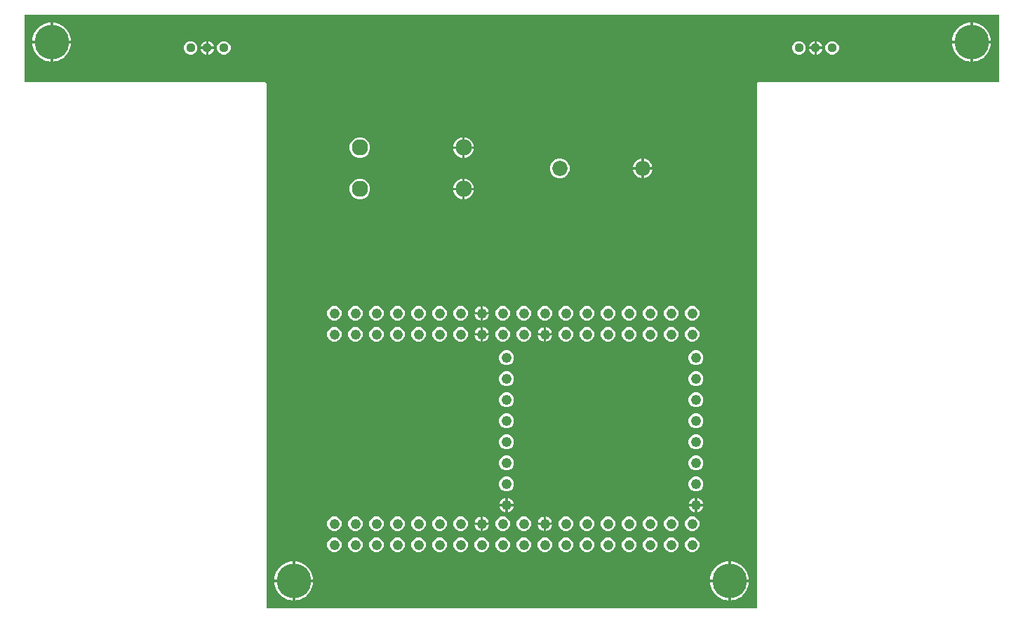
<source format=gbr>
G04 EAGLE Gerber RS-274X export*
G75*
%MOMM*%
%FSLAX34Y34*%
%LPD*%
%INCopper Layer 2*%
%IPPOS*%
%AMOC8*
5,1,8,0,0,1.08239X$1,22.5*%
G01*
%ADD10C,1.960000*%
%ADD11C,1.849119*%
%ADD12C,1.244600*%
%ADD13C,4.191000*%
%ADD14C,1.120000*%

G36*
X885718Y2544D02*
X885718Y2544D01*
X885737Y2542D01*
X885839Y2564D01*
X885941Y2580D01*
X885958Y2590D01*
X885978Y2594D01*
X886067Y2647D01*
X886158Y2696D01*
X886172Y2710D01*
X886189Y2720D01*
X886256Y2799D01*
X886328Y2874D01*
X886336Y2892D01*
X886349Y2907D01*
X886388Y3003D01*
X886431Y3097D01*
X886433Y3117D01*
X886441Y3135D01*
X886459Y3302D01*
X886459Y636052D01*
X887948Y637541D01*
X1177798Y637541D01*
X1177818Y637544D01*
X1177837Y637542D01*
X1177939Y637564D01*
X1178041Y637580D01*
X1178058Y637590D01*
X1178078Y637594D01*
X1178167Y637647D01*
X1178258Y637696D01*
X1178272Y637710D01*
X1178289Y637720D01*
X1178356Y637799D01*
X1178428Y637874D01*
X1178436Y637892D01*
X1178449Y637907D01*
X1178488Y638003D01*
X1178531Y638097D01*
X1178533Y638117D01*
X1178541Y638135D01*
X1178559Y638302D01*
X1178559Y718058D01*
X1178556Y718078D01*
X1178558Y718097D01*
X1178536Y718199D01*
X1178520Y718301D01*
X1178510Y718318D01*
X1178506Y718338D01*
X1178453Y718427D01*
X1178404Y718518D01*
X1178390Y718532D01*
X1178380Y718549D01*
X1178301Y718616D01*
X1178226Y718688D01*
X1178208Y718696D01*
X1178193Y718709D01*
X1178097Y718748D01*
X1178003Y718791D01*
X1177983Y718793D01*
X1177965Y718801D01*
X1177798Y718819D01*
X3302Y718819D01*
X3282Y718816D01*
X3263Y718818D01*
X3161Y718796D01*
X3059Y718780D01*
X3042Y718770D01*
X3022Y718766D01*
X2933Y718713D01*
X2842Y718664D01*
X2828Y718650D01*
X2811Y718640D01*
X2744Y718561D01*
X2672Y718486D01*
X2664Y718468D01*
X2651Y718453D01*
X2612Y718357D01*
X2569Y718263D01*
X2567Y718243D01*
X2559Y718225D01*
X2541Y718058D01*
X2541Y638302D01*
X2544Y638282D01*
X2542Y638263D01*
X2564Y638161D01*
X2580Y638059D01*
X2590Y638042D01*
X2594Y638022D01*
X2647Y637933D01*
X2696Y637842D01*
X2710Y637828D01*
X2720Y637811D01*
X2799Y637744D01*
X2874Y637672D01*
X2892Y637664D01*
X2907Y637651D01*
X3003Y637612D01*
X3097Y637569D01*
X3117Y637567D01*
X3135Y637559D01*
X3302Y637541D01*
X293152Y637541D01*
X294641Y636052D01*
X294641Y3302D01*
X294644Y3282D01*
X294642Y3263D01*
X294664Y3161D01*
X294680Y3059D01*
X294690Y3042D01*
X294694Y3022D01*
X294747Y2933D01*
X294796Y2842D01*
X294810Y2828D01*
X294820Y2811D01*
X294899Y2744D01*
X294974Y2672D01*
X294992Y2664D01*
X295007Y2651D01*
X295103Y2612D01*
X295197Y2569D01*
X295217Y2567D01*
X295235Y2559D01*
X295402Y2541D01*
X885698Y2541D01*
X885718Y2544D01*
G37*
%LPC*%
G36*
X404945Y496059D02*
X404945Y496059D01*
X400410Y497938D01*
X396938Y501410D01*
X395059Y505945D01*
X395059Y510855D01*
X396938Y515390D01*
X400410Y518862D01*
X404945Y520741D01*
X409855Y520741D01*
X414390Y518862D01*
X417862Y515390D01*
X419741Y510855D01*
X419741Y505945D01*
X417862Y501410D01*
X414390Y497938D01*
X409855Y496059D01*
X404945Y496059D01*
G37*
%LPD*%
%LPC*%
G36*
X404945Y546059D02*
X404945Y546059D01*
X400410Y547938D01*
X396938Y551410D01*
X395059Y555945D01*
X395059Y560855D01*
X396938Y565390D01*
X400410Y568862D01*
X404945Y570741D01*
X409855Y570741D01*
X414390Y568862D01*
X417862Y565390D01*
X419741Y560855D01*
X419741Y555945D01*
X417862Y551410D01*
X414390Y547938D01*
X409855Y546059D01*
X404945Y546059D01*
G37*
%LPD*%
%LPC*%
G36*
X646118Y521614D02*
X646118Y521614D01*
X641786Y523408D01*
X638470Y526724D01*
X636676Y531056D01*
X636676Y535744D01*
X638470Y540076D01*
X641786Y543392D01*
X646118Y545186D01*
X650806Y545186D01*
X655138Y543392D01*
X658454Y540076D01*
X660248Y535744D01*
X660248Y531056D01*
X658454Y526724D01*
X655138Y523408D01*
X650806Y521614D01*
X646118Y521614D01*
G37*
%LPD*%
%LPC*%
G36*
X37083Y687323D02*
X37083Y687323D01*
X37083Y709273D01*
X39502Y709000D01*
X39507Y708999D01*
X42075Y708413D01*
X44565Y707542D01*
X46943Y706396D01*
X49178Y704992D01*
X51241Y703347D01*
X53107Y701481D01*
X54752Y699418D01*
X56156Y697183D01*
X57302Y694805D01*
X58173Y692315D01*
X58760Y689742D01*
X59033Y687323D01*
X37083Y687323D01*
G37*
%LPD*%
%LPC*%
G36*
X1147063Y687323D02*
X1147063Y687323D01*
X1147063Y709273D01*
X1149482Y709000D01*
X1149487Y708999D01*
X1152055Y708413D01*
X1154545Y707542D01*
X1156923Y706396D01*
X1159158Y704992D01*
X1161221Y703347D01*
X1163087Y701481D01*
X1164732Y699418D01*
X1166136Y697183D01*
X1167282Y694805D01*
X1168153Y692315D01*
X1168740Y689742D01*
X1169013Y687323D01*
X1147063Y687323D01*
G37*
%LPD*%
%LPC*%
G36*
X854963Y37083D02*
X854963Y37083D01*
X854963Y59033D01*
X857382Y58760D01*
X859955Y58173D01*
X862445Y57302D01*
X864823Y56156D01*
X867058Y54752D01*
X869121Y53107D01*
X870987Y51241D01*
X872632Y49178D01*
X874036Y46943D01*
X875182Y44565D01*
X876053Y42075D01*
X876640Y39502D01*
X876913Y37083D01*
X854963Y37083D01*
G37*
%LPD*%
%LPC*%
G36*
X329183Y37083D02*
X329183Y37083D01*
X329183Y59033D01*
X331602Y58760D01*
X334175Y58173D01*
X336665Y57302D01*
X339043Y56156D01*
X341278Y54752D01*
X343341Y53107D01*
X345207Y51241D01*
X346852Y49178D01*
X348256Y46943D01*
X349402Y44565D01*
X350273Y42075D01*
X350860Y39502D01*
X351133Y37083D01*
X329183Y37083D01*
G37*
%LPD*%
%LPC*%
G36*
X12087Y687323D02*
X12087Y687323D01*
X12360Y689742D01*
X12947Y692315D01*
X13818Y694805D01*
X14964Y697183D01*
X16368Y699418D01*
X18013Y701481D01*
X19879Y703347D01*
X21942Y704992D01*
X24177Y706396D01*
X26555Y707542D01*
X29045Y708413D01*
X31618Y709000D01*
X34037Y709273D01*
X34037Y687323D01*
X12087Y687323D01*
G37*
%LPD*%
%LPC*%
G36*
X1122067Y687323D02*
X1122067Y687323D01*
X1122340Y689742D01*
X1122927Y692315D01*
X1123798Y694805D01*
X1124944Y697183D01*
X1126348Y699418D01*
X1127993Y701481D01*
X1129859Y703347D01*
X1131922Y704992D01*
X1134157Y706396D01*
X1136535Y707542D01*
X1139025Y708413D01*
X1141598Y709000D01*
X1144017Y709273D01*
X1144017Y687323D01*
X1122067Y687323D01*
G37*
%LPD*%
%LPC*%
G36*
X829967Y37083D02*
X829967Y37083D01*
X830240Y39502D01*
X830827Y42075D01*
X831698Y44565D01*
X832844Y46943D01*
X834248Y49178D01*
X835893Y51241D01*
X837759Y53107D01*
X839822Y54752D01*
X842057Y56156D01*
X844435Y57302D01*
X846925Y58173D01*
X849498Y58760D01*
X851917Y59033D01*
X851917Y37083D01*
X829967Y37083D01*
G37*
%LPD*%
%LPC*%
G36*
X854963Y34037D02*
X854963Y34037D01*
X876913Y34037D01*
X876640Y31618D01*
X876053Y29045D01*
X875182Y26555D01*
X874036Y24177D01*
X872632Y21942D01*
X870987Y19879D01*
X869121Y18013D01*
X867058Y16368D01*
X864823Y14964D01*
X862445Y13818D01*
X859955Y12947D01*
X857382Y12360D01*
X854963Y12087D01*
X854963Y34037D01*
G37*
%LPD*%
%LPC*%
G36*
X329183Y34037D02*
X329183Y34037D01*
X351133Y34037D01*
X350860Y31618D01*
X350273Y29045D01*
X349402Y26555D01*
X348256Y24177D01*
X346852Y21942D01*
X345207Y19879D01*
X343341Y18013D01*
X341278Y16368D01*
X339043Y14964D01*
X336665Y13818D01*
X334175Y12947D01*
X331602Y12360D01*
X329183Y12087D01*
X329183Y34037D01*
G37*
%LPD*%
%LPC*%
G36*
X1147063Y684277D02*
X1147063Y684277D01*
X1169013Y684277D01*
X1168740Y681858D01*
X1168153Y679285D01*
X1167282Y676795D01*
X1166136Y674417D01*
X1164732Y672182D01*
X1163087Y670119D01*
X1161221Y668253D01*
X1159158Y666608D01*
X1156923Y665204D01*
X1154545Y664058D01*
X1152055Y663187D01*
X1149482Y662600D01*
X1147063Y662327D01*
X1147063Y684277D01*
G37*
%LPD*%
%LPC*%
G36*
X37083Y684277D02*
X37083Y684277D01*
X59033Y684277D01*
X58760Y681858D01*
X58173Y679285D01*
X57302Y676795D01*
X56156Y674417D01*
X54752Y672182D01*
X53107Y670119D01*
X51241Y668253D01*
X49178Y666608D01*
X46943Y665204D01*
X44565Y664058D01*
X42075Y663187D01*
X39502Y662600D01*
X37083Y662327D01*
X37083Y684277D01*
G37*
%LPD*%
%LPC*%
G36*
X304187Y37083D02*
X304187Y37083D01*
X304460Y39502D01*
X305047Y42075D01*
X305918Y44565D01*
X307064Y46943D01*
X308468Y49178D01*
X310113Y51241D01*
X311979Y53107D01*
X314042Y54752D01*
X316277Y56156D01*
X318655Y57302D01*
X321145Y58173D01*
X323718Y58760D01*
X326137Y59033D01*
X326137Y37083D01*
X304187Y37083D01*
G37*
%LPD*%
%LPC*%
G36*
X849498Y12360D02*
X849498Y12360D01*
X849241Y12418D01*
X849241Y12419D01*
X849240Y12419D01*
X846925Y12947D01*
X844435Y13818D01*
X842057Y14964D01*
X839822Y16368D01*
X837759Y18013D01*
X835893Y19879D01*
X834248Y21942D01*
X832844Y24177D01*
X831698Y26555D01*
X830827Y29045D01*
X830240Y31618D01*
X829967Y34037D01*
X851917Y34037D01*
X851917Y12087D01*
X849498Y12360D01*
G37*
%LPD*%
%LPC*%
G36*
X323718Y12360D02*
X323718Y12360D01*
X323461Y12418D01*
X323461Y12419D01*
X323460Y12419D01*
X321145Y12947D01*
X318655Y13818D01*
X316277Y14964D01*
X314042Y16368D01*
X311979Y18013D01*
X310113Y19879D01*
X308468Y21942D01*
X307064Y24177D01*
X305918Y26555D01*
X305047Y29045D01*
X304460Y31618D01*
X304187Y34037D01*
X326137Y34037D01*
X326137Y12087D01*
X323718Y12360D01*
G37*
%LPD*%
%LPC*%
G36*
X1141598Y662600D02*
X1141598Y662600D01*
X1139025Y663187D01*
X1136535Y664058D01*
X1134157Y665204D01*
X1131922Y666608D01*
X1129859Y668253D01*
X1127993Y670119D01*
X1126348Y672182D01*
X1124944Y674417D01*
X1123798Y676795D01*
X1122927Y679285D01*
X1122340Y681858D01*
X1122067Y684277D01*
X1144017Y684277D01*
X1144017Y662327D01*
X1141598Y662600D01*
G37*
%LPD*%
%LPC*%
G36*
X31618Y662600D02*
X31618Y662600D01*
X29045Y663187D01*
X26555Y664058D01*
X24177Y665204D01*
X21942Y666608D01*
X19879Y668253D01*
X18013Y670119D01*
X16368Y672182D01*
X14964Y674417D01*
X13818Y676795D01*
X12947Y679285D01*
X12360Y681858D01*
X12087Y684277D01*
X34037Y684277D01*
X34037Y662327D01*
X31618Y662600D01*
G37*
%LPD*%
%LPC*%
G36*
X400257Y70236D02*
X400257Y70236D01*
X397036Y71570D01*
X394570Y74036D01*
X393236Y77257D01*
X393236Y80743D01*
X394570Y83964D01*
X397036Y86430D01*
X400257Y87764D01*
X403743Y87764D01*
X406964Y86430D01*
X409430Y83964D01*
X410764Y80743D01*
X410764Y77257D01*
X409430Y74036D01*
X406964Y71570D01*
X403743Y70236D01*
X400257Y70236D01*
G37*
%LPD*%
%LPC*%
G36*
X374857Y70236D02*
X374857Y70236D01*
X371636Y71570D01*
X369170Y74036D01*
X367836Y77257D01*
X367836Y80743D01*
X369170Y83964D01*
X371636Y86430D01*
X374857Y87764D01*
X378343Y87764D01*
X381564Y86430D01*
X384030Y83964D01*
X385364Y80743D01*
X385364Y77257D01*
X384030Y74036D01*
X381564Y71570D01*
X378343Y70236D01*
X374857Y70236D01*
G37*
%LPD*%
%LPC*%
G36*
X705057Y70236D02*
X705057Y70236D01*
X701836Y71570D01*
X699370Y74036D01*
X698036Y77257D01*
X698036Y80743D01*
X699370Y83964D01*
X701836Y86430D01*
X705057Y87764D01*
X708543Y87764D01*
X711764Y86430D01*
X714230Y83964D01*
X715564Y80743D01*
X715564Y77257D01*
X714230Y74036D01*
X711764Y71570D01*
X708543Y70236D01*
X705057Y70236D01*
G37*
%LPD*%
%LPC*%
G36*
X501857Y95636D02*
X501857Y95636D01*
X498636Y96970D01*
X496170Y99436D01*
X494836Y102657D01*
X494836Y106143D01*
X496170Y109364D01*
X498636Y111830D01*
X501857Y113164D01*
X505343Y113164D01*
X508564Y111830D01*
X511030Y109364D01*
X512364Y106143D01*
X512364Y102657D01*
X511030Y99436D01*
X508564Y96970D01*
X505343Y95636D01*
X501857Y95636D01*
G37*
%LPD*%
%LPC*%
G36*
X578057Y95636D02*
X578057Y95636D01*
X574836Y96970D01*
X572370Y99436D01*
X571036Y102657D01*
X571036Y106143D01*
X572370Y109364D01*
X574836Y111830D01*
X578057Y113164D01*
X581543Y113164D01*
X584764Y111830D01*
X587230Y109364D01*
X588564Y106143D01*
X588564Y102657D01*
X587230Y99436D01*
X584764Y96970D01*
X581543Y95636D01*
X578057Y95636D01*
G37*
%LPD*%
%LPC*%
G36*
X603457Y95636D02*
X603457Y95636D01*
X600236Y96970D01*
X597770Y99436D01*
X596436Y102657D01*
X596436Y106143D01*
X597770Y109364D01*
X600236Y111830D01*
X603457Y113164D01*
X606943Y113164D01*
X610164Y111830D01*
X612630Y109364D01*
X613964Y106143D01*
X613964Y102657D01*
X612630Y99436D01*
X610164Y96970D01*
X606943Y95636D01*
X603457Y95636D01*
G37*
%LPD*%
%LPC*%
G36*
X654257Y95636D02*
X654257Y95636D01*
X651036Y96970D01*
X648570Y99436D01*
X647236Y102657D01*
X647236Y106143D01*
X648570Y109364D01*
X651036Y111830D01*
X654257Y113164D01*
X657743Y113164D01*
X660964Y111830D01*
X663430Y109364D01*
X664764Y106143D01*
X664764Y102657D01*
X663430Y99436D01*
X660964Y96970D01*
X657743Y95636D01*
X654257Y95636D01*
G37*
%LPD*%
%LPC*%
G36*
X679657Y95636D02*
X679657Y95636D01*
X676436Y96970D01*
X673970Y99436D01*
X672636Y102657D01*
X672636Y106143D01*
X673970Y109364D01*
X676436Y111830D01*
X679657Y113164D01*
X683143Y113164D01*
X686364Y111830D01*
X688830Y109364D01*
X690164Y106143D01*
X690164Y102657D01*
X688830Y99436D01*
X686364Y96970D01*
X683143Y95636D01*
X679657Y95636D01*
G37*
%LPD*%
%LPC*%
G36*
X705057Y95636D02*
X705057Y95636D01*
X701836Y96970D01*
X699370Y99436D01*
X698036Y102657D01*
X698036Y106143D01*
X699370Y109364D01*
X701836Y111830D01*
X705057Y113164D01*
X708543Y113164D01*
X711764Y111830D01*
X714230Y109364D01*
X715564Y106143D01*
X715564Y102657D01*
X714230Y99436D01*
X711764Y96970D01*
X708543Y95636D01*
X705057Y95636D01*
G37*
%LPD*%
%LPC*%
G36*
X730457Y95636D02*
X730457Y95636D01*
X727236Y96970D01*
X724770Y99436D01*
X723436Y102657D01*
X723436Y106143D01*
X724770Y109364D01*
X727236Y111830D01*
X730457Y113164D01*
X733943Y113164D01*
X737164Y111830D01*
X739630Y109364D01*
X740964Y106143D01*
X740964Y102657D01*
X739630Y99436D01*
X737164Y96970D01*
X733943Y95636D01*
X730457Y95636D01*
G37*
%LPD*%
%LPC*%
G36*
X527257Y95636D02*
X527257Y95636D01*
X524036Y96970D01*
X521570Y99436D01*
X520236Y102657D01*
X520236Y106143D01*
X521570Y109364D01*
X524036Y111830D01*
X527257Y113164D01*
X530743Y113164D01*
X533964Y111830D01*
X536430Y109364D01*
X537764Y106143D01*
X537764Y102657D01*
X536430Y99436D01*
X533964Y96970D01*
X530743Y95636D01*
X527257Y95636D01*
G37*
%LPD*%
%LPC*%
G36*
X755857Y95636D02*
X755857Y95636D01*
X752636Y96970D01*
X750170Y99436D01*
X748836Y102657D01*
X748836Y106143D01*
X750170Y109364D01*
X752636Y111830D01*
X755857Y113164D01*
X759343Y113164D01*
X762564Y111830D01*
X765030Y109364D01*
X766364Y106143D01*
X766364Y102657D01*
X765030Y99436D01*
X762564Y96970D01*
X759343Y95636D01*
X755857Y95636D01*
G37*
%LPD*%
%LPC*%
G36*
X781257Y95636D02*
X781257Y95636D01*
X778036Y96970D01*
X775570Y99436D01*
X774236Y102657D01*
X774236Y106143D01*
X775570Y109364D01*
X778036Y111830D01*
X781257Y113164D01*
X784743Y113164D01*
X787964Y111830D01*
X790430Y109364D01*
X791764Y106143D01*
X791764Y102657D01*
X790430Y99436D01*
X787964Y96970D01*
X784743Y95636D01*
X781257Y95636D01*
G37*
%LPD*%
%LPC*%
G36*
X806657Y95636D02*
X806657Y95636D01*
X803436Y96970D01*
X800970Y99436D01*
X799636Y102657D01*
X799636Y106143D01*
X800970Y109364D01*
X803436Y111830D01*
X806657Y113164D01*
X810143Y113164D01*
X813364Y111830D01*
X815830Y109364D01*
X817164Y106143D01*
X817164Y102657D01*
X815830Y99436D01*
X813364Y96970D01*
X810143Y95636D01*
X806657Y95636D01*
G37*
%LPD*%
%LPC*%
G36*
X374857Y95636D02*
X374857Y95636D01*
X371636Y96970D01*
X369170Y99436D01*
X367836Y102657D01*
X367836Y106143D01*
X369170Y109364D01*
X371636Y111830D01*
X374857Y113164D01*
X378343Y113164D01*
X381564Y111830D01*
X384030Y109364D01*
X385364Y106143D01*
X385364Y102657D01*
X384030Y99436D01*
X381564Y96970D01*
X378343Y95636D01*
X374857Y95636D01*
G37*
%LPD*%
%LPC*%
G36*
X811057Y296036D02*
X811057Y296036D01*
X807836Y297370D01*
X805370Y299836D01*
X804036Y303057D01*
X804036Y306543D01*
X805370Y309764D01*
X807836Y312230D01*
X811057Y313564D01*
X814543Y313564D01*
X817764Y312230D01*
X820230Y309764D01*
X821564Y306543D01*
X821564Y303057D01*
X820230Y299836D01*
X817764Y297370D01*
X814543Y296036D01*
X811057Y296036D01*
G37*
%LPD*%
%LPC*%
G36*
X400257Y95636D02*
X400257Y95636D01*
X397036Y96970D01*
X394570Y99436D01*
X393236Y102657D01*
X393236Y106143D01*
X394570Y109364D01*
X397036Y111830D01*
X400257Y113164D01*
X403743Y113164D01*
X406964Y111830D01*
X409430Y109364D01*
X410764Y106143D01*
X410764Y102657D01*
X409430Y99436D01*
X406964Y96970D01*
X403743Y95636D01*
X400257Y95636D01*
G37*
%LPD*%
%LPC*%
G36*
X582457Y143636D02*
X582457Y143636D01*
X579236Y144970D01*
X576770Y147436D01*
X575436Y150657D01*
X575436Y154143D01*
X576770Y157364D01*
X579236Y159830D01*
X582457Y161164D01*
X585943Y161164D01*
X589164Y159830D01*
X591630Y157364D01*
X592964Y154143D01*
X592964Y150657D01*
X591630Y147436D01*
X589164Y144970D01*
X585943Y143636D01*
X582457Y143636D01*
G37*
%LPD*%
%LPC*%
G36*
X811057Y143636D02*
X811057Y143636D01*
X807836Y144970D01*
X805370Y147436D01*
X804036Y150657D01*
X804036Y154143D01*
X805370Y157364D01*
X807836Y159830D01*
X811057Y161164D01*
X814543Y161164D01*
X817764Y159830D01*
X820230Y157364D01*
X821564Y154143D01*
X821564Y150657D01*
X820230Y147436D01*
X817764Y144970D01*
X814543Y143636D01*
X811057Y143636D01*
G37*
%LPD*%
%LPC*%
G36*
X582457Y169036D02*
X582457Y169036D01*
X579236Y170370D01*
X576770Y172836D01*
X575436Y176057D01*
X575436Y179543D01*
X576770Y182764D01*
X579236Y185230D01*
X582457Y186564D01*
X585943Y186564D01*
X589164Y185230D01*
X591630Y182764D01*
X592964Y179543D01*
X592964Y176057D01*
X591630Y172836D01*
X589164Y170370D01*
X585943Y169036D01*
X582457Y169036D01*
G37*
%LPD*%
%LPC*%
G36*
X811057Y169036D02*
X811057Y169036D01*
X807836Y170370D01*
X805370Y172836D01*
X804036Y176057D01*
X804036Y179543D01*
X805370Y182764D01*
X807836Y185230D01*
X811057Y186564D01*
X814543Y186564D01*
X817764Y185230D01*
X820230Y182764D01*
X821564Y179543D01*
X821564Y176057D01*
X820230Y172836D01*
X817764Y170370D01*
X814543Y169036D01*
X811057Y169036D01*
G37*
%LPD*%
%LPC*%
G36*
X582457Y194436D02*
X582457Y194436D01*
X579236Y195770D01*
X576770Y198236D01*
X575436Y201457D01*
X575436Y204943D01*
X576770Y208164D01*
X579236Y210630D01*
X582457Y211964D01*
X585943Y211964D01*
X589164Y210630D01*
X591630Y208164D01*
X592964Y204943D01*
X592964Y201457D01*
X591630Y198236D01*
X589164Y195770D01*
X585943Y194436D01*
X582457Y194436D01*
G37*
%LPD*%
%LPC*%
G36*
X811057Y194436D02*
X811057Y194436D01*
X807836Y195770D01*
X805370Y198236D01*
X804036Y201457D01*
X804036Y204943D01*
X805370Y208164D01*
X807836Y210630D01*
X811057Y211964D01*
X814543Y211964D01*
X817764Y210630D01*
X820230Y208164D01*
X821564Y204943D01*
X821564Y201457D01*
X820230Y198236D01*
X817764Y195770D01*
X814543Y194436D01*
X811057Y194436D01*
G37*
%LPD*%
%LPC*%
G36*
X400257Y349636D02*
X400257Y349636D01*
X397036Y350970D01*
X394570Y353436D01*
X393236Y356657D01*
X393236Y360143D01*
X394570Y363364D01*
X397036Y365830D01*
X400257Y367164D01*
X403743Y367164D01*
X406964Y365830D01*
X409430Y363364D01*
X410764Y360143D01*
X410764Y356657D01*
X409430Y353436D01*
X406964Y350970D01*
X403743Y349636D01*
X400257Y349636D01*
G37*
%LPD*%
%LPC*%
G36*
X374857Y349636D02*
X374857Y349636D01*
X371636Y350970D01*
X369170Y353436D01*
X367836Y356657D01*
X367836Y360143D01*
X369170Y363364D01*
X371636Y365830D01*
X374857Y367164D01*
X378343Y367164D01*
X381564Y365830D01*
X384030Y363364D01*
X385364Y360143D01*
X385364Y356657D01*
X384030Y353436D01*
X381564Y350970D01*
X378343Y349636D01*
X374857Y349636D01*
G37*
%LPD*%
%LPC*%
G36*
X806657Y349636D02*
X806657Y349636D01*
X803436Y350970D01*
X800970Y353436D01*
X799636Y356657D01*
X799636Y360143D01*
X800970Y363364D01*
X803436Y365830D01*
X806657Y367164D01*
X810143Y367164D01*
X813364Y365830D01*
X815830Y363364D01*
X817164Y360143D01*
X817164Y356657D01*
X815830Y353436D01*
X813364Y350970D01*
X810143Y349636D01*
X806657Y349636D01*
G37*
%LPD*%
%LPC*%
G36*
X781257Y349636D02*
X781257Y349636D01*
X778036Y350970D01*
X775570Y353436D01*
X774236Y356657D01*
X774236Y360143D01*
X775570Y363364D01*
X778036Y365830D01*
X781257Y367164D01*
X784743Y367164D01*
X787964Y365830D01*
X790430Y363364D01*
X791764Y360143D01*
X791764Y356657D01*
X790430Y353436D01*
X787964Y350970D01*
X784743Y349636D01*
X781257Y349636D01*
G37*
%LPD*%
%LPC*%
G36*
X755857Y349636D02*
X755857Y349636D01*
X752636Y350970D01*
X750170Y353436D01*
X748836Y356657D01*
X748836Y360143D01*
X750170Y363364D01*
X752636Y365830D01*
X755857Y367164D01*
X759343Y367164D01*
X762564Y365830D01*
X765030Y363364D01*
X766364Y360143D01*
X766364Y356657D01*
X765030Y353436D01*
X762564Y350970D01*
X759343Y349636D01*
X755857Y349636D01*
G37*
%LPD*%
%LPC*%
G36*
X730457Y349636D02*
X730457Y349636D01*
X727236Y350970D01*
X724770Y353436D01*
X723436Y356657D01*
X723436Y360143D01*
X724770Y363364D01*
X727236Y365830D01*
X730457Y367164D01*
X733943Y367164D01*
X737164Y365830D01*
X739630Y363364D01*
X740964Y360143D01*
X740964Y356657D01*
X739630Y353436D01*
X737164Y350970D01*
X733943Y349636D01*
X730457Y349636D01*
G37*
%LPD*%
%LPC*%
G36*
X705057Y349636D02*
X705057Y349636D01*
X701836Y350970D01*
X699370Y353436D01*
X698036Y356657D01*
X698036Y360143D01*
X699370Y363364D01*
X701836Y365830D01*
X705057Y367164D01*
X708543Y367164D01*
X711764Y365830D01*
X714230Y363364D01*
X715564Y360143D01*
X715564Y356657D01*
X714230Y353436D01*
X711764Y350970D01*
X708543Y349636D01*
X705057Y349636D01*
G37*
%LPD*%
%LPC*%
G36*
X679657Y349636D02*
X679657Y349636D01*
X676436Y350970D01*
X673970Y353436D01*
X672636Y356657D01*
X672636Y360143D01*
X673970Y363364D01*
X676436Y365830D01*
X679657Y367164D01*
X683143Y367164D01*
X686364Y365830D01*
X688830Y363364D01*
X690164Y360143D01*
X690164Y356657D01*
X688830Y353436D01*
X686364Y350970D01*
X683143Y349636D01*
X679657Y349636D01*
G37*
%LPD*%
%LPC*%
G36*
X654257Y349636D02*
X654257Y349636D01*
X651036Y350970D01*
X648570Y353436D01*
X647236Y356657D01*
X647236Y360143D01*
X648570Y363364D01*
X651036Y365830D01*
X654257Y367164D01*
X657743Y367164D01*
X660964Y365830D01*
X663430Y363364D01*
X664764Y360143D01*
X664764Y356657D01*
X663430Y353436D01*
X660964Y350970D01*
X657743Y349636D01*
X654257Y349636D01*
G37*
%LPD*%
%LPC*%
G36*
X628857Y349636D02*
X628857Y349636D01*
X625636Y350970D01*
X623170Y353436D01*
X621836Y356657D01*
X621836Y360143D01*
X623170Y363364D01*
X625636Y365830D01*
X628857Y367164D01*
X632343Y367164D01*
X635564Y365830D01*
X638030Y363364D01*
X639364Y360143D01*
X639364Y356657D01*
X638030Y353436D01*
X635564Y350970D01*
X632343Y349636D01*
X628857Y349636D01*
G37*
%LPD*%
%LPC*%
G36*
X603457Y349636D02*
X603457Y349636D01*
X600236Y350970D01*
X597770Y353436D01*
X596436Y356657D01*
X596436Y360143D01*
X597770Y363364D01*
X600236Y365830D01*
X603457Y367164D01*
X606943Y367164D01*
X610164Y365830D01*
X612630Y363364D01*
X613964Y360143D01*
X613964Y356657D01*
X612630Y353436D01*
X610164Y350970D01*
X606943Y349636D01*
X603457Y349636D01*
G37*
%LPD*%
%LPC*%
G36*
X578057Y349636D02*
X578057Y349636D01*
X574836Y350970D01*
X572370Y353436D01*
X571036Y356657D01*
X571036Y360143D01*
X572370Y363364D01*
X574836Y365830D01*
X578057Y367164D01*
X581543Y367164D01*
X584764Y365830D01*
X587230Y363364D01*
X588564Y360143D01*
X588564Y356657D01*
X587230Y353436D01*
X584764Y350970D01*
X581543Y349636D01*
X578057Y349636D01*
G37*
%LPD*%
%LPC*%
G36*
X527257Y349636D02*
X527257Y349636D01*
X524036Y350970D01*
X521570Y353436D01*
X520236Y356657D01*
X520236Y360143D01*
X521570Y363364D01*
X524036Y365830D01*
X527257Y367164D01*
X530743Y367164D01*
X533964Y365830D01*
X536430Y363364D01*
X537764Y360143D01*
X537764Y356657D01*
X536430Y353436D01*
X533964Y350970D01*
X530743Y349636D01*
X527257Y349636D01*
G37*
%LPD*%
%LPC*%
G36*
X501857Y349636D02*
X501857Y349636D01*
X498636Y350970D01*
X496170Y353436D01*
X494836Y356657D01*
X494836Y360143D01*
X496170Y363364D01*
X498636Y365830D01*
X501857Y367164D01*
X505343Y367164D01*
X508564Y365830D01*
X511030Y363364D01*
X512364Y360143D01*
X512364Y356657D01*
X511030Y353436D01*
X508564Y350970D01*
X505343Y349636D01*
X501857Y349636D01*
G37*
%LPD*%
%LPC*%
G36*
X476457Y349636D02*
X476457Y349636D01*
X473236Y350970D01*
X470770Y353436D01*
X469436Y356657D01*
X469436Y360143D01*
X470770Y363364D01*
X473236Y365830D01*
X476457Y367164D01*
X479943Y367164D01*
X483164Y365830D01*
X485630Y363364D01*
X486964Y360143D01*
X486964Y356657D01*
X485630Y353436D01*
X483164Y350970D01*
X479943Y349636D01*
X476457Y349636D01*
G37*
%LPD*%
%LPC*%
G36*
X451057Y349636D02*
X451057Y349636D01*
X447836Y350970D01*
X445370Y353436D01*
X444036Y356657D01*
X444036Y360143D01*
X445370Y363364D01*
X447836Y365830D01*
X451057Y367164D01*
X454543Y367164D01*
X457764Y365830D01*
X460230Y363364D01*
X461564Y360143D01*
X461564Y356657D01*
X460230Y353436D01*
X457764Y350970D01*
X454543Y349636D01*
X451057Y349636D01*
G37*
%LPD*%
%LPC*%
G36*
X425657Y349636D02*
X425657Y349636D01*
X422436Y350970D01*
X419970Y353436D01*
X418636Y356657D01*
X418636Y360143D01*
X419970Y363364D01*
X422436Y365830D01*
X425657Y367164D01*
X429143Y367164D01*
X432364Y365830D01*
X434830Y363364D01*
X436164Y360143D01*
X436164Y356657D01*
X434830Y353436D01*
X432364Y350970D01*
X429143Y349636D01*
X425657Y349636D01*
G37*
%LPD*%
%LPC*%
G36*
X582457Y219836D02*
X582457Y219836D01*
X579236Y221170D01*
X576770Y223636D01*
X575436Y226857D01*
X575436Y230343D01*
X576770Y233564D01*
X579236Y236030D01*
X582457Y237364D01*
X585943Y237364D01*
X589164Y236030D01*
X591630Y233564D01*
X592964Y230343D01*
X592964Y226857D01*
X591630Y223636D01*
X589164Y221170D01*
X585943Y219836D01*
X582457Y219836D01*
G37*
%LPD*%
%LPC*%
G36*
X811057Y219836D02*
X811057Y219836D01*
X807836Y221170D01*
X805370Y223636D01*
X804036Y226857D01*
X804036Y230343D01*
X805370Y233564D01*
X807836Y236030D01*
X811057Y237364D01*
X814543Y237364D01*
X817764Y236030D01*
X820230Y233564D01*
X821564Y230343D01*
X821564Y226857D01*
X820230Y223636D01*
X817764Y221170D01*
X814543Y219836D01*
X811057Y219836D01*
G37*
%LPD*%
%LPC*%
G36*
X582457Y245236D02*
X582457Y245236D01*
X579236Y246570D01*
X576770Y249036D01*
X575436Y252257D01*
X575436Y255743D01*
X576770Y258964D01*
X579236Y261430D01*
X582457Y262764D01*
X585943Y262764D01*
X589164Y261430D01*
X591630Y258964D01*
X592964Y255743D01*
X592964Y252257D01*
X591630Y249036D01*
X589164Y246570D01*
X585943Y245236D01*
X582457Y245236D01*
G37*
%LPD*%
%LPC*%
G36*
X811057Y245236D02*
X811057Y245236D01*
X807836Y246570D01*
X805370Y249036D01*
X804036Y252257D01*
X804036Y255743D01*
X805370Y258964D01*
X807836Y261430D01*
X811057Y262764D01*
X814543Y262764D01*
X817764Y261430D01*
X820230Y258964D01*
X821564Y255743D01*
X821564Y252257D01*
X820230Y249036D01*
X817764Y246570D01*
X814543Y245236D01*
X811057Y245236D01*
G37*
%LPD*%
%LPC*%
G36*
X582457Y270636D02*
X582457Y270636D01*
X579236Y271970D01*
X576770Y274436D01*
X575436Y277657D01*
X575436Y281143D01*
X576770Y284364D01*
X579236Y286830D01*
X582457Y288164D01*
X585943Y288164D01*
X589164Y286830D01*
X591630Y284364D01*
X592964Y281143D01*
X592964Y277657D01*
X591630Y274436D01*
X589164Y271970D01*
X585943Y270636D01*
X582457Y270636D01*
G37*
%LPD*%
%LPC*%
G36*
X400257Y324236D02*
X400257Y324236D01*
X397036Y325570D01*
X394570Y328036D01*
X393236Y331257D01*
X393236Y334743D01*
X394570Y337964D01*
X397036Y340430D01*
X400257Y341764D01*
X403743Y341764D01*
X406964Y340430D01*
X409430Y337964D01*
X410764Y334743D01*
X410764Y331257D01*
X409430Y328036D01*
X406964Y325570D01*
X403743Y324236D01*
X400257Y324236D01*
G37*
%LPD*%
%LPC*%
G36*
X374857Y324236D02*
X374857Y324236D01*
X371636Y325570D01*
X369170Y328036D01*
X367836Y331257D01*
X367836Y334743D01*
X369170Y337964D01*
X371636Y340430D01*
X374857Y341764D01*
X378343Y341764D01*
X381564Y340430D01*
X384030Y337964D01*
X385364Y334743D01*
X385364Y331257D01*
X384030Y328036D01*
X381564Y325570D01*
X378343Y324236D01*
X374857Y324236D01*
G37*
%LPD*%
%LPC*%
G36*
X806657Y324236D02*
X806657Y324236D01*
X803436Y325570D01*
X800970Y328036D01*
X799636Y331257D01*
X799636Y334743D01*
X800970Y337964D01*
X803436Y340430D01*
X806657Y341764D01*
X810143Y341764D01*
X813364Y340430D01*
X815830Y337964D01*
X817164Y334743D01*
X817164Y331257D01*
X815830Y328036D01*
X813364Y325570D01*
X810143Y324236D01*
X806657Y324236D01*
G37*
%LPD*%
%LPC*%
G36*
X781257Y324236D02*
X781257Y324236D01*
X778036Y325570D01*
X775570Y328036D01*
X774236Y331257D01*
X774236Y334743D01*
X775570Y337964D01*
X778036Y340430D01*
X781257Y341764D01*
X784743Y341764D01*
X787964Y340430D01*
X790430Y337964D01*
X791764Y334743D01*
X791764Y331257D01*
X790430Y328036D01*
X787964Y325570D01*
X784743Y324236D01*
X781257Y324236D01*
G37*
%LPD*%
%LPC*%
G36*
X755857Y324236D02*
X755857Y324236D01*
X752636Y325570D01*
X750170Y328036D01*
X748836Y331257D01*
X748836Y334743D01*
X750170Y337964D01*
X752636Y340430D01*
X755857Y341764D01*
X759343Y341764D01*
X762564Y340430D01*
X765030Y337964D01*
X766364Y334743D01*
X766364Y331257D01*
X765030Y328036D01*
X762564Y325570D01*
X759343Y324236D01*
X755857Y324236D01*
G37*
%LPD*%
%LPC*%
G36*
X730457Y324236D02*
X730457Y324236D01*
X727236Y325570D01*
X724770Y328036D01*
X723436Y331257D01*
X723436Y334743D01*
X724770Y337964D01*
X727236Y340430D01*
X730457Y341764D01*
X733943Y341764D01*
X737164Y340430D01*
X739630Y337964D01*
X740964Y334743D01*
X740964Y331257D01*
X739630Y328036D01*
X737164Y325570D01*
X733943Y324236D01*
X730457Y324236D01*
G37*
%LPD*%
%LPC*%
G36*
X705057Y324236D02*
X705057Y324236D01*
X701836Y325570D01*
X699370Y328036D01*
X698036Y331257D01*
X698036Y334743D01*
X699370Y337964D01*
X701836Y340430D01*
X705057Y341764D01*
X708543Y341764D01*
X711764Y340430D01*
X714230Y337964D01*
X715564Y334743D01*
X715564Y331257D01*
X714230Y328036D01*
X711764Y325570D01*
X708543Y324236D01*
X705057Y324236D01*
G37*
%LPD*%
%LPC*%
G36*
X679657Y324236D02*
X679657Y324236D01*
X676436Y325570D01*
X673970Y328036D01*
X672636Y331257D01*
X672636Y334743D01*
X673970Y337964D01*
X676436Y340430D01*
X679657Y341764D01*
X683143Y341764D01*
X686364Y340430D01*
X688830Y337964D01*
X690164Y334743D01*
X690164Y331257D01*
X688830Y328036D01*
X686364Y325570D01*
X683143Y324236D01*
X679657Y324236D01*
G37*
%LPD*%
%LPC*%
G36*
X654257Y324236D02*
X654257Y324236D01*
X651036Y325570D01*
X648570Y328036D01*
X647236Y331257D01*
X647236Y334743D01*
X648570Y337964D01*
X651036Y340430D01*
X654257Y341764D01*
X657743Y341764D01*
X660964Y340430D01*
X663430Y337964D01*
X664764Y334743D01*
X664764Y331257D01*
X663430Y328036D01*
X660964Y325570D01*
X657743Y324236D01*
X654257Y324236D01*
G37*
%LPD*%
%LPC*%
G36*
X603457Y324236D02*
X603457Y324236D01*
X600236Y325570D01*
X597770Y328036D01*
X596436Y331257D01*
X596436Y334743D01*
X597770Y337964D01*
X600236Y340430D01*
X603457Y341764D01*
X606943Y341764D01*
X610164Y340430D01*
X612630Y337964D01*
X613964Y334743D01*
X613964Y331257D01*
X612630Y328036D01*
X610164Y325570D01*
X606943Y324236D01*
X603457Y324236D01*
G37*
%LPD*%
%LPC*%
G36*
X578057Y324236D02*
X578057Y324236D01*
X574836Y325570D01*
X572370Y328036D01*
X571036Y331257D01*
X571036Y334743D01*
X572370Y337964D01*
X574836Y340430D01*
X578057Y341764D01*
X581543Y341764D01*
X584764Y340430D01*
X587230Y337964D01*
X588564Y334743D01*
X588564Y331257D01*
X587230Y328036D01*
X584764Y325570D01*
X581543Y324236D01*
X578057Y324236D01*
G37*
%LPD*%
%LPC*%
G36*
X527257Y324236D02*
X527257Y324236D01*
X524036Y325570D01*
X521570Y328036D01*
X520236Y331257D01*
X520236Y334743D01*
X521570Y337964D01*
X524036Y340430D01*
X527257Y341764D01*
X530743Y341764D01*
X533964Y340430D01*
X536430Y337964D01*
X537764Y334743D01*
X537764Y331257D01*
X536430Y328036D01*
X533964Y325570D01*
X530743Y324236D01*
X527257Y324236D01*
G37*
%LPD*%
%LPC*%
G36*
X501857Y324236D02*
X501857Y324236D01*
X498636Y325570D01*
X496170Y328036D01*
X494836Y331257D01*
X494836Y334743D01*
X496170Y337964D01*
X498636Y340430D01*
X501857Y341764D01*
X505343Y341764D01*
X508564Y340430D01*
X511030Y337964D01*
X512364Y334743D01*
X512364Y331257D01*
X511030Y328036D01*
X508564Y325570D01*
X505343Y324236D01*
X501857Y324236D01*
G37*
%LPD*%
%LPC*%
G36*
X476457Y324236D02*
X476457Y324236D01*
X473236Y325570D01*
X470770Y328036D01*
X469436Y331257D01*
X469436Y334743D01*
X470770Y337964D01*
X473236Y340430D01*
X476457Y341764D01*
X479943Y341764D01*
X483164Y340430D01*
X485630Y337964D01*
X486964Y334743D01*
X486964Y331257D01*
X485630Y328036D01*
X483164Y325570D01*
X479943Y324236D01*
X476457Y324236D01*
G37*
%LPD*%
%LPC*%
G36*
X451057Y324236D02*
X451057Y324236D01*
X447836Y325570D01*
X445370Y328036D01*
X444036Y331257D01*
X444036Y334743D01*
X445370Y337964D01*
X447836Y340430D01*
X451057Y341764D01*
X454543Y341764D01*
X457764Y340430D01*
X460230Y337964D01*
X461564Y334743D01*
X461564Y331257D01*
X460230Y328036D01*
X457764Y325570D01*
X454543Y324236D01*
X451057Y324236D01*
G37*
%LPD*%
%LPC*%
G36*
X425657Y324236D02*
X425657Y324236D01*
X422436Y325570D01*
X419970Y328036D01*
X418636Y331257D01*
X418636Y334743D01*
X419970Y337964D01*
X422436Y340430D01*
X425657Y341764D01*
X429143Y341764D01*
X432364Y340430D01*
X434830Y337964D01*
X436164Y334743D01*
X436164Y331257D01*
X434830Y328036D01*
X432364Y325570D01*
X429143Y324236D01*
X425657Y324236D01*
G37*
%LPD*%
%LPC*%
G36*
X811057Y270636D02*
X811057Y270636D01*
X807836Y271970D01*
X805370Y274436D01*
X804036Y277657D01*
X804036Y281143D01*
X805370Y284364D01*
X807836Y286830D01*
X811057Y288164D01*
X814543Y288164D01*
X817764Y286830D01*
X820230Y284364D01*
X821564Y281143D01*
X821564Y277657D01*
X820230Y274436D01*
X817764Y271970D01*
X814543Y270636D01*
X811057Y270636D01*
G37*
%LPD*%
%LPC*%
G36*
X582457Y296036D02*
X582457Y296036D01*
X579236Y297370D01*
X576770Y299836D01*
X575436Y303057D01*
X575436Y306543D01*
X576770Y309764D01*
X579236Y312230D01*
X582457Y313564D01*
X585943Y313564D01*
X589164Y312230D01*
X591630Y309764D01*
X592964Y306543D01*
X592964Y303057D01*
X591630Y299836D01*
X589164Y297370D01*
X585943Y296036D01*
X582457Y296036D01*
G37*
%LPD*%
%LPC*%
G36*
X476457Y95636D02*
X476457Y95636D01*
X473236Y96970D01*
X470770Y99436D01*
X469436Y102657D01*
X469436Y106143D01*
X470770Y109364D01*
X473236Y111830D01*
X476457Y113164D01*
X479943Y113164D01*
X483164Y111830D01*
X485630Y109364D01*
X486964Y106143D01*
X486964Y102657D01*
X485630Y99436D01*
X483164Y96970D01*
X479943Y95636D01*
X476457Y95636D01*
G37*
%LPD*%
%LPC*%
G36*
X451057Y95636D02*
X451057Y95636D01*
X447836Y96970D01*
X445370Y99436D01*
X444036Y102657D01*
X444036Y106143D01*
X445370Y109364D01*
X447836Y111830D01*
X451057Y113164D01*
X454543Y113164D01*
X457764Y111830D01*
X460230Y109364D01*
X461564Y106143D01*
X461564Y102657D01*
X460230Y99436D01*
X457764Y96970D01*
X454543Y95636D01*
X451057Y95636D01*
G37*
%LPD*%
%LPC*%
G36*
X425657Y95636D02*
X425657Y95636D01*
X422436Y96970D01*
X419970Y99436D01*
X418636Y102657D01*
X418636Y106143D01*
X419970Y109364D01*
X422436Y111830D01*
X425657Y113164D01*
X429143Y113164D01*
X432364Y111830D01*
X434830Y109364D01*
X436164Y106143D01*
X436164Y102657D01*
X434830Y99436D01*
X432364Y96970D01*
X429143Y95636D01*
X425657Y95636D01*
G37*
%LPD*%
%LPC*%
G36*
X628857Y70236D02*
X628857Y70236D01*
X625636Y71570D01*
X623170Y74036D01*
X621836Y77257D01*
X621836Y80743D01*
X623170Y83964D01*
X625636Y86430D01*
X628857Y87764D01*
X632343Y87764D01*
X635564Y86430D01*
X638030Y83964D01*
X639364Y80743D01*
X639364Y77257D01*
X638030Y74036D01*
X635564Y71570D01*
X632343Y70236D01*
X628857Y70236D01*
G37*
%LPD*%
%LPC*%
G36*
X603457Y70236D02*
X603457Y70236D01*
X600236Y71570D01*
X597770Y74036D01*
X596436Y77257D01*
X596436Y80743D01*
X597770Y83964D01*
X600236Y86430D01*
X603457Y87764D01*
X606943Y87764D01*
X610164Y86430D01*
X612630Y83964D01*
X613964Y80743D01*
X613964Y77257D01*
X612630Y74036D01*
X610164Y71570D01*
X606943Y70236D01*
X603457Y70236D01*
G37*
%LPD*%
%LPC*%
G36*
X806657Y70236D02*
X806657Y70236D01*
X803436Y71570D01*
X800970Y74036D01*
X799636Y77257D01*
X799636Y80743D01*
X800970Y83964D01*
X803436Y86430D01*
X806657Y87764D01*
X810143Y87764D01*
X813364Y86430D01*
X815830Y83964D01*
X817164Y80743D01*
X817164Y77257D01*
X815830Y74036D01*
X813364Y71570D01*
X810143Y70236D01*
X806657Y70236D01*
G37*
%LPD*%
%LPC*%
G36*
X781257Y70236D02*
X781257Y70236D01*
X778036Y71570D01*
X775570Y74036D01*
X774236Y77257D01*
X774236Y80743D01*
X775570Y83964D01*
X778036Y86430D01*
X781257Y87764D01*
X784743Y87764D01*
X787964Y86430D01*
X790430Y83964D01*
X791764Y80743D01*
X791764Y77257D01*
X790430Y74036D01*
X787964Y71570D01*
X784743Y70236D01*
X781257Y70236D01*
G37*
%LPD*%
%LPC*%
G36*
X755857Y70236D02*
X755857Y70236D01*
X752636Y71570D01*
X750170Y74036D01*
X748836Y77257D01*
X748836Y80743D01*
X750170Y83964D01*
X752636Y86430D01*
X755857Y87764D01*
X759343Y87764D01*
X762564Y86430D01*
X765030Y83964D01*
X766364Y80743D01*
X766364Y77257D01*
X765030Y74036D01*
X762564Y71570D01*
X759343Y70236D01*
X755857Y70236D01*
G37*
%LPD*%
%LPC*%
G36*
X730457Y70236D02*
X730457Y70236D01*
X727236Y71570D01*
X724770Y74036D01*
X723436Y77257D01*
X723436Y80743D01*
X724770Y83964D01*
X727236Y86430D01*
X730457Y87764D01*
X733943Y87764D01*
X737164Y86430D01*
X739630Y83964D01*
X740964Y80743D01*
X740964Y77257D01*
X739630Y74036D01*
X737164Y71570D01*
X733943Y70236D01*
X730457Y70236D01*
G37*
%LPD*%
%LPC*%
G36*
X679657Y70236D02*
X679657Y70236D01*
X676436Y71570D01*
X673970Y74036D01*
X672636Y77257D01*
X672636Y80743D01*
X673970Y83964D01*
X676436Y86430D01*
X679657Y87764D01*
X683143Y87764D01*
X686364Y86430D01*
X688830Y83964D01*
X690164Y80743D01*
X690164Y77257D01*
X688830Y74036D01*
X686364Y71570D01*
X683143Y70236D01*
X679657Y70236D01*
G37*
%LPD*%
%LPC*%
G36*
X654257Y70236D02*
X654257Y70236D01*
X651036Y71570D01*
X648570Y74036D01*
X647236Y77257D01*
X647236Y80743D01*
X648570Y83964D01*
X651036Y86430D01*
X654257Y87764D01*
X657743Y87764D01*
X660964Y86430D01*
X663430Y83964D01*
X664764Y80743D01*
X664764Y77257D01*
X663430Y74036D01*
X660964Y71570D01*
X657743Y70236D01*
X654257Y70236D01*
G37*
%LPD*%
%LPC*%
G36*
X578057Y70236D02*
X578057Y70236D01*
X574836Y71570D01*
X572370Y74036D01*
X571036Y77257D01*
X571036Y80743D01*
X572370Y83964D01*
X574836Y86430D01*
X578057Y87764D01*
X581543Y87764D01*
X584764Y86430D01*
X587230Y83964D01*
X588564Y80743D01*
X588564Y77257D01*
X587230Y74036D01*
X584764Y71570D01*
X581543Y70236D01*
X578057Y70236D01*
G37*
%LPD*%
%LPC*%
G36*
X552657Y70236D02*
X552657Y70236D01*
X549436Y71570D01*
X546970Y74036D01*
X545636Y77257D01*
X545636Y80743D01*
X546970Y83964D01*
X549436Y86430D01*
X552657Y87764D01*
X556143Y87764D01*
X559364Y86430D01*
X561830Y83964D01*
X563164Y80743D01*
X563164Y77257D01*
X561830Y74036D01*
X559364Y71570D01*
X556143Y70236D01*
X552657Y70236D01*
G37*
%LPD*%
%LPC*%
G36*
X527257Y70236D02*
X527257Y70236D01*
X524036Y71570D01*
X521570Y74036D01*
X520236Y77257D01*
X520236Y80743D01*
X521570Y83964D01*
X524036Y86430D01*
X527257Y87764D01*
X530743Y87764D01*
X533964Y86430D01*
X536430Y83964D01*
X537764Y80743D01*
X537764Y77257D01*
X536430Y74036D01*
X533964Y71570D01*
X530743Y70236D01*
X527257Y70236D01*
G37*
%LPD*%
%LPC*%
G36*
X501857Y70236D02*
X501857Y70236D01*
X498636Y71570D01*
X496170Y74036D01*
X494836Y77257D01*
X494836Y80743D01*
X496170Y83964D01*
X498636Y86430D01*
X501857Y87764D01*
X505343Y87764D01*
X508564Y86430D01*
X511030Y83964D01*
X512364Y80743D01*
X512364Y77257D01*
X511030Y74036D01*
X508564Y71570D01*
X505343Y70236D01*
X501857Y70236D01*
G37*
%LPD*%
%LPC*%
G36*
X476457Y70236D02*
X476457Y70236D01*
X473236Y71570D01*
X470770Y74036D01*
X469436Y77257D01*
X469436Y80743D01*
X470770Y83964D01*
X473236Y86430D01*
X476457Y87764D01*
X479943Y87764D01*
X483164Y86430D01*
X485630Y83964D01*
X486964Y80743D01*
X486964Y77257D01*
X485630Y74036D01*
X483164Y71570D01*
X479943Y70236D01*
X476457Y70236D01*
G37*
%LPD*%
%LPC*%
G36*
X451057Y70236D02*
X451057Y70236D01*
X447836Y71570D01*
X445370Y74036D01*
X444036Y77257D01*
X444036Y80743D01*
X445370Y83964D01*
X447836Y86430D01*
X451057Y87764D01*
X454543Y87764D01*
X457764Y86430D01*
X460230Y83964D01*
X461564Y80743D01*
X461564Y77257D01*
X460230Y74036D01*
X457764Y71570D01*
X454543Y70236D01*
X451057Y70236D01*
G37*
%LPD*%
%LPC*%
G36*
X425657Y70236D02*
X425657Y70236D01*
X422436Y71570D01*
X419970Y74036D01*
X418636Y77257D01*
X418636Y80743D01*
X419970Y83964D01*
X422436Y86430D01*
X425657Y87764D01*
X429143Y87764D01*
X432364Y86430D01*
X434830Y83964D01*
X436164Y80743D01*
X436164Y77257D01*
X434830Y74036D01*
X432364Y71570D01*
X429143Y70236D01*
X425657Y70236D01*
G37*
%LPD*%
%LPC*%
G36*
X935686Y670514D02*
X935686Y670514D01*
X932694Y671754D01*
X930404Y674044D01*
X929164Y677036D01*
X929164Y680274D01*
X930404Y683266D01*
X932694Y685556D01*
X935686Y686796D01*
X938924Y686796D01*
X941916Y685556D01*
X944206Y683266D01*
X945446Y680274D01*
X945446Y677036D01*
X944206Y674044D01*
X941916Y671754D01*
X938924Y670514D01*
X935686Y670514D01*
G37*
%LPD*%
%LPC*%
G36*
X241626Y670514D02*
X241626Y670514D01*
X238634Y671754D01*
X236344Y674044D01*
X235104Y677036D01*
X235104Y680274D01*
X236344Y683266D01*
X238634Y685556D01*
X241626Y686796D01*
X244864Y686796D01*
X247856Y685556D01*
X250146Y683266D01*
X251386Y680274D01*
X251386Y677036D01*
X250146Y674044D01*
X247856Y671754D01*
X244864Y670514D01*
X241626Y670514D01*
G37*
%LPD*%
%LPC*%
G36*
X975686Y670514D02*
X975686Y670514D01*
X972694Y671754D01*
X970404Y674044D01*
X969164Y677036D01*
X969164Y680274D01*
X970404Y683266D01*
X972694Y685556D01*
X975686Y686796D01*
X978924Y686796D01*
X981916Y685556D01*
X984206Y683266D01*
X985446Y680274D01*
X985446Y677036D01*
X984206Y674044D01*
X981916Y671754D01*
X978924Y670514D01*
X975686Y670514D01*
G37*
%LPD*%
%LPC*%
G36*
X201626Y670514D02*
X201626Y670514D01*
X198634Y671754D01*
X196344Y674044D01*
X195104Y677036D01*
X195104Y680274D01*
X196344Y683266D01*
X198634Y685556D01*
X201626Y686796D01*
X204864Y686796D01*
X207856Y685556D01*
X210146Y683266D01*
X211386Y680274D01*
X211386Y677036D01*
X210146Y674044D01*
X207856Y671754D01*
X204864Y670514D01*
X201626Y670514D01*
G37*
%LPD*%
%LPC*%
G36*
X533923Y509923D02*
X533923Y509923D01*
X533923Y520653D01*
X535290Y520437D01*
X537137Y519837D01*
X538868Y518955D01*
X540439Y517813D01*
X541813Y516439D01*
X542955Y514868D01*
X543837Y513137D01*
X544437Y511290D01*
X544653Y509923D01*
X533923Y509923D01*
G37*
%LPD*%
%LPC*%
G36*
X533923Y559923D02*
X533923Y559923D01*
X533923Y570653D01*
X535290Y570437D01*
X537137Y569837D01*
X538868Y568955D01*
X540439Y567813D01*
X541813Y566439D01*
X542955Y564868D01*
X543837Y563137D01*
X544437Y561290D01*
X544653Y559923D01*
X533923Y559923D01*
G37*
%LPD*%
%LPC*%
G36*
X520147Y509923D02*
X520147Y509923D01*
X520363Y511290D01*
X520963Y513137D01*
X521845Y514868D01*
X522987Y516439D01*
X524361Y517813D01*
X525932Y518955D01*
X527663Y519837D01*
X529510Y520437D01*
X530877Y520653D01*
X530877Y509923D01*
X520147Y509923D01*
G37*
%LPD*%
%LPC*%
G36*
X533923Y556877D02*
X533923Y556877D01*
X544653Y556877D01*
X544437Y555510D01*
X543837Y553663D01*
X542955Y551932D01*
X541813Y550361D01*
X540439Y548987D01*
X538868Y547845D01*
X537137Y546963D01*
X535290Y546363D01*
X533923Y546147D01*
X533923Y556877D01*
G37*
%LPD*%
%LPC*%
G36*
X520147Y559923D02*
X520147Y559923D01*
X520363Y561290D01*
X520963Y563137D01*
X521845Y564868D01*
X522987Y566439D01*
X524361Y567813D01*
X525932Y568955D01*
X527663Y569837D01*
X529510Y570437D01*
X530877Y570653D01*
X530877Y559923D01*
X520147Y559923D01*
G37*
%LPD*%
%LPC*%
G36*
X533923Y506877D02*
X533923Y506877D01*
X544653Y506877D01*
X544437Y505510D01*
X543837Y503663D01*
X542955Y501932D01*
X541813Y500361D01*
X540439Y498987D01*
X538868Y497845D01*
X537137Y496963D01*
X535290Y496363D01*
X533923Y496147D01*
X533923Y506877D01*
G37*
%LPD*%
%LPC*%
G36*
X529510Y546363D02*
X529510Y546363D01*
X527663Y546963D01*
X525932Y547845D01*
X524361Y548987D01*
X522987Y550361D01*
X521845Y551932D01*
X520963Y553663D01*
X520363Y555510D01*
X520147Y556877D01*
X530877Y556877D01*
X530877Y546147D01*
X529510Y546363D01*
G37*
%LPD*%
%LPC*%
G36*
X529510Y496363D02*
X529510Y496363D01*
X527663Y496963D01*
X525932Y497845D01*
X524361Y498987D01*
X522987Y500361D01*
X521845Y501932D01*
X520963Y503663D01*
X520363Y505510D01*
X520147Y506877D01*
X530877Y506877D01*
X530877Y496147D01*
X529510Y496363D01*
G37*
%LPD*%
%LPC*%
G36*
X750061Y534923D02*
X750061Y534923D01*
X750061Y545092D01*
X751298Y544896D01*
X753062Y544323D01*
X754715Y543481D01*
X756216Y542390D01*
X757528Y541078D01*
X758619Y539577D01*
X759461Y537924D01*
X760034Y536160D01*
X760230Y534923D01*
X750061Y534923D01*
G37*
%LPD*%
%LPC*%
G36*
X736846Y534923D02*
X736846Y534923D01*
X737042Y536160D01*
X737615Y537924D01*
X738457Y539577D01*
X739548Y541078D01*
X740860Y542390D01*
X742361Y543481D01*
X744014Y544323D01*
X745778Y544896D01*
X747015Y545092D01*
X747015Y534923D01*
X736846Y534923D01*
G37*
%LPD*%
%LPC*%
G36*
X750061Y531877D02*
X750061Y531877D01*
X760230Y531877D01*
X760034Y530640D01*
X759461Y528876D01*
X758619Y527223D01*
X757528Y525722D01*
X756216Y524410D01*
X754715Y523319D01*
X753062Y522477D01*
X751298Y521904D01*
X750061Y521708D01*
X750061Y531877D01*
G37*
%LPD*%
%LPC*%
G36*
X745778Y521904D02*
X745778Y521904D01*
X744014Y522477D01*
X742361Y523319D01*
X740860Y524410D01*
X739548Y525722D01*
X738457Y527223D01*
X737615Y528876D01*
X737042Y530640D01*
X736846Y531877D01*
X747015Y531877D01*
X747015Y521708D01*
X745778Y521904D01*
G37*
%LPD*%
%LPC*%
G36*
X814323Y128523D02*
X814323Y128523D01*
X814323Y135632D01*
X815356Y135427D01*
X816951Y134766D01*
X818387Y133807D01*
X819607Y132587D01*
X820566Y131151D01*
X821227Y129556D01*
X821432Y128523D01*
X814323Y128523D01*
G37*
%LPD*%
%LPC*%
G36*
X555923Y359923D02*
X555923Y359923D01*
X555923Y367032D01*
X556956Y366827D01*
X558551Y366166D01*
X559987Y365207D01*
X561207Y363987D01*
X562166Y362551D01*
X562827Y360956D01*
X563032Y359923D01*
X555923Y359923D01*
G37*
%LPD*%
%LPC*%
G36*
X585723Y128523D02*
X585723Y128523D01*
X585723Y135632D01*
X586756Y135427D01*
X588351Y134766D01*
X589787Y133807D01*
X591007Y132587D01*
X591966Y131151D01*
X592627Y129556D01*
X592832Y128523D01*
X585723Y128523D01*
G37*
%LPD*%
%LPC*%
G36*
X555923Y334523D02*
X555923Y334523D01*
X555923Y341632D01*
X556956Y341427D01*
X558551Y340766D01*
X559987Y339807D01*
X561207Y338587D01*
X562166Y337151D01*
X562827Y335556D01*
X563032Y334523D01*
X555923Y334523D01*
G37*
%LPD*%
%LPC*%
G36*
X555923Y105923D02*
X555923Y105923D01*
X555923Y113032D01*
X556956Y112827D01*
X558551Y112166D01*
X559987Y111207D01*
X561207Y109987D01*
X562166Y108551D01*
X562827Y106956D01*
X563032Y105923D01*
X555923Y105923D01*
G37*
%LPD*%
%LPC*%
G36*
X632123Y105923D02*
X632123Y105923D01*
X632123Y113032D01*
X633156Y112827D01*
X634751Y112166D01*
X636187Y111207D01*
X637407Y109987D01*
X638366Y108551D01*
X639027Y106956D01*
X639232Y105923D01*
X632123Y105923D01*
G37*
%LPD*%
%LPC*%
G36*
X632123Y334523D02*
X632123Y334523D01*
X632123Y341632D01*
X633156Y341427D01*
X634751Y340766D01*
X636187Y339807D01*
X637407Y338587D01*
X638366Y337151D01*
X639027Y335556D01*
X639232Y334523D01*
X632123Y334523D01*
G37*
%LPD*%
%LPC*%
G36*
X814323Y125477D02*
X814323Y125477D01*
X821432Y125477D01*
X821227Y124444D01*
X820566Y122849D01*
X819607Y121413D01*
X818387Y120193D01*
X816951Y119234D01*
X815356Y118573D01*
X814323Y118368D01*
X814323Y125477D01*
G37*
%LPD*%
%LPC*%
G36*
X555923Y102877D02*
X555923Y102877D01*
X563032Y102877D01*
X562827Y101844D01*
X562166Y100249D01*
X561207Y98813D01*
X559987Y97593D01*
X558551Y96634D01*
X556956Y95973D01*
X555923Y95768D01*
X555923Y102877D01*
G37*
%LPD*%
%LPC*%
G36*
X804168Y128523D02*
X804168Y128523D01*
X804373Y129556D01*
X805034Y131151D01*
X805993Y132587D01*
X807213Y133807D01*
X808649Y134766D01*
X810244Y135427D01*
X811277Y135632D01*
X811277Y128523D01*
X804168Y128523D01*
G37*
%LPD*%
%LPC*%
G36*
X545768Y334523D02*
X545768Y334523D01*
X545973Y335556D01*
X546634Y337151D01*
X547593Y338587D01*
X548813Y339807D01*
X550249Y340766D01*
X551844Y341427D01*
X552877Y341632D01*
X552877Y334523D01*
X545768Y334523D01*
G37*
%LPD*%
%LPC*%
G36*
X632123Y102877D02*
X632123Y102877D01*
X639232Y102877D01*
X639027Y101844D01*
X638366Y100249D01*
X637407Y98813D01*
X636187Y97593D01*
X634751Y96634D01*
X633156Y95973D01*
X632123Y95768D01*
X632123Y102877D01*
G37*
%LPD*%
%LPC*%
G36*
X575568Y128523D02*
X575568Y128523D01*
X575773Y129556D01*
X576434Y131151D01*
X577393Y132587D01*
X578613Y133807D01*
X580049Y134766D01*
X581644Y135427D01*
X582677Y135632D01*
X582677Y128523D01*
X575568Y128523D01*
G37*
%LPD*%
%LPC*%
G36*
X545768Y359923D02*
X545768Y359923D01*
X545973Y360956D01*
X546634Y362551D01*
X547593Y363987D01*
X548813Y365207D01*
X550249Y366166D01*
X551844Y366827D01*
X552877Y367032D01*
X552877Y359923D01*
X545768Y359923D01*
G37*
%LPD*%
%LPC*%
G36*
X555923Y356877D02*
X555923Y356877D01*
X563032Y356877D01*
X562827Y355844D01*
X562166Y354249D01*
X561207Y352813D01*
X559987Y351593D01*
X558551Y350634D01*
X556956Y349973D01*
X555923Y349768D01*
X555923Y356877D01*
G37*
%LPD*%
%LPC*%
G36*
X621968Y334523D02*
X621968Y334523D01*
X622173Y335556D01*
X622834Y337151D01*
X623793Y338587D01*
X625013Y339807D01*
X626449Y340766D01*
X628044Y341427D01*
X629077Y341632D01*
X629077Y334523D01*
X621968Y334523D01*
G37*
%LPD*%
%LPC*%
G36*
X632123Y331477D02*
X632123Y331477D01*
X639232Y331477D01*
X639027Y330444D01*
X638366Y328849D01*
X637407Y327413D01*
X636187Y326193D01*
X634751Y325234D01*
X633156Y324573D01*
X632123Y324368D01*
X632123Y331477D01*
G37*
%LPD*%
%LPC*%
G36*
X545768Y105923D02*
X545768Y105923D01*
X545973Y106956D01*
X546634Y108551D01*
X547593Y109987D01*
X548813Y111207D01*
X550249Y112166D01*
X551844Y112827D01*
X552877Y113032D01*
X552877Y105923D01*
X545768Y105923D01*
G37*
%LPD*%
%LPC*%
G36*
X621968Y105923D02*
X621968Y105923D01*
X622173Y106956D01*
X622834Y108551D01*
X623793Y109987D01*
X625013Y111207D01*
X626449Y112166D01*
X628044Y112827D01*
X629077Y113032D01*
X629077Y105923D01*
X621968Y105923D01*
G37*
%LPD*%
%LPC*%
G36*
X555923Y331477D02*
X555923Y331477D01*
X563032Y331477D01*
X562827Y330444D01*
X562166Y328849D01*
X561207Y327413D01*
X559987Y326193D01*
X558551Y325234D01*
X556956Y324573D01*
X555923Y324368D01*
X555923Y331477D01*
G37*
%LPD*%
%LPC*%
G36*
X585723Y125477D02*
X585723Y125477D01*
X592832Y125477D01*
X592627Y124444D01*
X591966Y122849D01*
X591007Y121413D01*
X589787Y120193D01*
X588351Y119234D01*
X586756Y118573D01*
X585723Y118368D01*
X585723Y125477D01*
G37*
%LPD*%
%LPC*%
G36*
X628044Y324573D02*
X628044Y324573D01*
X626449Y325234D01*
X625013Y326193D01*
X623793Y327413D01*
X622834Y328849D01*
X622173Y330444D01*
X621968Y331477D01*
X629077Y331477D01*
X629077Y324368D01*
X628044Y324573D01*
G37*
%LPD*%
%LPC*%
G36*
X551844Y95973D02*
X551844Y95973D01*
X550249Y96634D01*
X548813Y97593D01*
X547593Y98813D01*
X546634Y100249D01*
X545973Y101844D01*
X545768Y102877D01*
X552877Y102877D01*
X552877Y95768D01*
X551844Y95973D01*
G37*
%LPD*%
%LPC*%
G36*
X628044Y95973D02*
X628044Y95973D01*
X626449Y96634D01*
X625013Y97593D01*
X623793Y98813D01*
X622834Y100249D01*
X622173Y101844D01*
X621968Y102877D01*
X629077Y102877D01*
X629077Y95768D01*
X628044Y95973D01*
G37*
%LPD*%
%LPC*%
G36*
X581644Y118573D02*
X581644Y118573D01*
X580049Y119234D01*
X578613Y120193D01*
X577393Y121413D01*
X576434Y122849D01*
X575773Y124444D01*
X575568Y125477D01*
X582677Y125477D01*
X582677Y118368D01*
X581644Y118573D01*
G37*
%LPD*%
%LPC*%
G36*
X551844Y324573D02*
X551844Y324573D01*
X550249Y325234D01*
X548813Y326193D01*
X547593Y327413D01*
X546634Y328849D01*
X545973Y330444D01*
X545768Y331477D01*
X552877Y331477D01*
X552877Y324368D01*
X551844Y324573D01*
G37*
%LPD*%
%LPC*%
G36*
X551844Y349973D02*
X551844Y349973D01*
X550249Y350634D01*
X548813Y351593D01*
X547593Y352813D01*
X546634Y354249D01*
X545973Y355844D01*
X545768Y356877D01*
X552877Y356877D01*
X552877Y349768D01*
X551844Y349973D01*
G37*
%LPD*%
%LPC*%
G36*
X810244Y118573D02*
X810244Y118573D01*
X808649Y119234D01*
X807213Y120193D01*
X805993Y121413D01*
X805034Y122849D01*
X804373Y124444D01*
X804168Y125477D01*
X811277Y125477D01*
X811277Y118368D01*
X810244Y118573D01*
G37*
%LPD*%
%LPC*%
G36*
X958828Y680178D02*
X958828Y680178D01*
X958828Y686652D01*
X959680Y686483D01*
X961161Y685869D01*
X962494Y684978D01*
X963628Y683844D01*
X964519Y682511D01*
X965133Y681030D01*
X965302Y680178D01*
X958828Y680178D01*
G37*
%LPD*%
%LPC*%
G36*
X224768Y680178D02*
X224768Y680178D01*
X224768Y686652D01*
X225620Y686483D01*
X227101Y685869D01*
X228434Y684978D01*
X229568Y683844D01*
X230459Y682511D01*
X231073Y681030D01*
X231242Y680178D01*
X224768Y680178D01*
G37*
%LPD*%
%LPC*%
G36*
X215248Y680178D02*
X215248Y680178D01*
X215417Y681030D01*
X216031Y682511D01*
X216922Y683844D01*
X218056Y684978D01*
X219389Y685869D01*
X220870Y686483D01*
X221722Y686652D01*
X221722Y680178D01*
X215248Y680178D01*
G37*
%LPD*%
%LPC*%
G36*
X949308Y680178D02*
X949308Y680178D01*
X949477Y681030D01*
X950091Y682511D01*
X950982Y683844D01*
X952116Y684978D01*
X953449Y685869D01*
X954930Y686483D01*
X955782Y686652D01*
X955782Y680178D01*
X949308Y680178D01*
G37*
%LPD*%
%LPC*%
G36*
X958828Y677132D02*
X958828Y677132D01*
X965302Y677132D01*
X965133Y676280D01*
X964519Y674799D01*
X963628Y673466D01*
X962494Y672332D01*
X961161Y671441D01*
X959680Y670827D01*
X958828Y670658D01*
X958828Y677132D01*
G37*
%LPD*%
%LPC*%
G36*
X224768Y677132D02*
X224768Y677132D01*
X231242Y677132D01*
X231073Y676280D01*
X230459Y674799D01*
X229568Y673466D01*
X228434Y672332D01*
X227101Y671441D01*
X225620Y670827D01*
X224768Y670658D01*
X224768Y677132D01*
G37*
%LPD*%
%LPC*%
G36*
X954930Y670827D02*
X954930Y670827D01*
X953449Y671441D01*
X952116Y672332D01*
X950982Y673466D01*
X950091Y674799D01*
X949477Y676280D01*
X949308Y677132D01*
X955782Y677132D01*
X955782Y670658D01*
X954930Y670827D01*
G37*
%LPD*%
%LPC*%
G36*
X220870Y670827D02*
X220870Y670827D01*
X219389Y671441D01*
X218056Y672332D01*
X216922Y673466D01*
X216031Y674799D01*
X215417Y676280D01*
X215248Y677132D01*
X221722Y677132D01*
X221722Y670658D01*
X220870Y670827D01*
G37*
%LPD*%
%LPC*%
G36*
X554399Y332999D02*
X554399Y332999D01*
X554399Y333001D01*
X554401Y333001D01*
X554401Y332999D01*
X554399Y332999D01*
G37*
%LPD*%
%LPC*%
G36*
X630599Y332999D02*
X630599Y332999D01*
X630599Y333001D01*
X630601Y333001D01*
X630601Y332999D01*
X630599Y332999D01*
G37*
%LPD*%
%LPC*%
G36*
X223244Y678654D02*
X223244Y678654D01*
X223244Y678656D01*
X223246Y678656D01*
X223246Y678654D01*
X223244Y678654D01*
G37*
%LPD*%
%LPC*%
G36*
X554399Y104399D02*
X554399Y104399D01*
X554399Y104401D01*
X554401Y104401D01*
X554401Y104399D01*
X554399Y104399D01*
G37*
%LPD*%
%LPC*%
G36*
X554399Y358399D02*
X554399Y358399D01*
X554399Y358401D01*
X554401Y358401D01*
X554401Y358399D01*
X554399Y358399D01*
G37*
%LPD*%
%LPC*%
G36*
X1145539Y685799D02*
X1145539Y685799D01*
X1145539Y685801D01*
X1145541Y685801D01*
X1145541Y685799D01*
X1145539Y685799D01*
G37*
%LPD*%
%LPC*%
G36*
X35559Y685799D02*
X35559Y685799D01*
X35559Y685801D01*
X35561Y685801D01*
X35561Y685799D01*
X35559Y685799D01*
G37*
%LPD*%
%LPC*%
G36*
X957304Y678654D02*
X957304Y678654D01*
X957304Y678656D01*
X957306Y678656D01*
X957306Y678654D01*
X957304Y678654D01*
G37*
%LPD*%
%LPC*%
G36*
X748537Y533399D02*
X748537Y533399D01*
X748537Y533401D01*
X748539Y533401D01*
X748539Y533399D01*
X748537Y533399D01*
G37*
%LPD*%
%LPC*%
G36*
X532399Y558399D02*
X532399Y558399D01*
X532399Y558401D01*
X532401Y558401D01*
X532401Y558399D01*
X532399Y558399D01*
G37*
%LPD*%
%LPC*%
G36*
X853439Y35559D02*
X853439Y35559D01*
X853439Y35561D01*
X853441Y35561D01*
X853441Y35559D01*
X853439Y35559D01*
G37*
%LPD*%
%LPC*%
G36*
X327659Y35559D02*
X327659Y35559D01*
X327659Y35561D01*
X327661Y35561D01*
X327661Y35559D01*
X327659Y35559D01*
G37*
%LPD*%
%LPC*%
G36*
X812799Y126999D02*
X812799Y126999D01*
X812799Y127001D01*
X812801Y127001D01*
X812801Y126999D01*
X812799Y126999D01*
G37*
%LPD*%
%LPC*%
G36*
X584199Y126999D02*
X584199Y126999D01*
X584199Y127001D01*
X584201Y127001D01*
X584201Y126999D01*
X584199Y126999D01*
G37*
%LPD*%
%LPC*%
G36*
X630599Y104399D02*
X630599Y104399D01*
X630599Y104401D01*
X630601Y104401D01*
X630601Y104399D01*
X630599Y104399D01*
G37*
%LPD*%
%LPC*%
G36*
X532399Y508399D02*
X532399Y508399D01*
X532399Y508401D01*
X532401Y508401D01*
X532401Y508399D01*
X532399Y508399D01*
G37*
%LPD*%
D10*
X532400Y558400D03*
X532400Y508400D03*
X407400Y508400D03*
X407400Y558400D03*
D11*
X748538Y533400D03*
X648462Y533400D03*
D12*
X376600Y358400D03*
X376600Y333000D03*
X402000Y358400D03*
X402000Y333000D03*
X427400Y358400D03*
X427400Y333000D03*
X452800Y358400D03*
X452800Y333000D03*
X478200Y358400D03*
X478200Y333000D03*
X503600Y358400D03*
X503600Y333000D03*
X529000Y358400D03*
X529000Y333000D03*
X554400Y358400D03*
X554400Y333000D03*
X579800Y358400D03*
X579800Y333000D03*
X605200Y358400D03*
X605200Y333000D03*
X630600Y358400D03*
X630600Y333000D03*
X656000Y358400D03*
X656000Y333000D03*
X681400Y358400D03*
X681400Y333000D03*
X706800Y358400D03*
X706800Y333000D03*
X732200Y358400D03*
X732200Y333000D03*
X757600Y358400D03*
X757600Y333000D03*
X783000Y358400D03*
X783000Y333000D03*
X808400Y358400D03*
X808400Y333000D03*
X376600Y104400D03*
X376600Y79000D03*
X402000Y104400D03*
X402000Y79000D03*
X427400Y104400D03*
X427400Y79000D03*
X452800Y104400D03*
X452800Y79000D03*
X478200Y104400D03*
X478200Y79000D03*
X503600Y104400D03*
X503600Y79000D03*
X529000Y104400D03*
X529000Y79000D03*
X554400Y104400D03*
X554400Y79000D03*
X579800Y104400D03*
X579800Y79000D03*
X605200Y104400D03*
X605200Y79000D03*
X630600Y104400D03*
X630600Y79000D03*
X656000Y104400D03*
X656000Y79000D03*
X681400Y104400D03*
X681400Y79000D03*
X706800Y104400D03*
X706800Y79000D03*
X732200Y104400D03*
X732200Y79000D03*
X757600Y104400D03*
X757600Y79000D03*
X783000Y104400D03*
X783000Y79000D03*
X808400Y104400D03*
X808400Y79000D03*
X584200Y304800D03*
X584200Y279400D03*
X584200Y254000D03*
X584200Y228600D03*
X584200Y203200D03*
X584200Y177800D03*
X584200Y152400D03*
X584200Y127000D03*
X812800Y127000D03*
X812800Y152400D03*
X812800Y177800D03*
X812800Y203200D03*
X812800Y228600D03*
X812800Y254000D03*
X812800Y279400D03*
X812800Y304800D03*
D13*
X327660Y35560D03*
X35560Y685800D03*
X1145540Y685800D03*
X853440Y35560D03*
D14*
X243245Y678655D03*
X223245Y678655D03*
X203245Y678655D03*
X977305Y678655D03*
X957305Y678655D03*
X937305Y678655D03*
M02*

</source>
